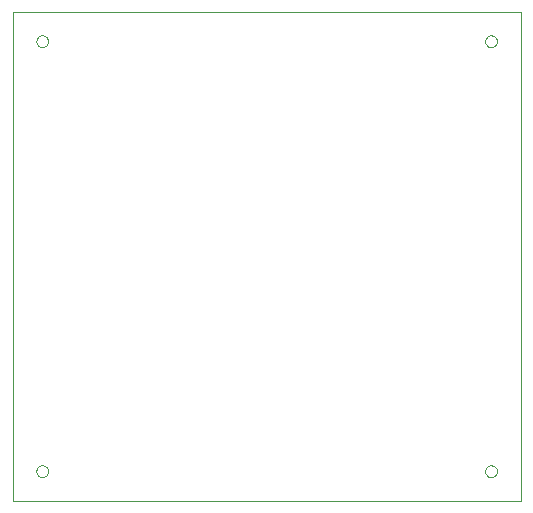
<source format=gbp>
G75*
%MOIN*%
%OFA0B0*%
%FSLAX24Y24*%
%IPPOS*%
%LPD*%
%AMOC8*
5,1,8,0,0,1.08239X$1,22.5*
%
%ADD10C,0.0000*%
D10*
X001093Y000180D02*
X001093Y016479D01*
X018022Y016479D01*
X018022Y000180D01*
X001093Y000180D01*
X001881Y001164D02*
X001883Y001191D01*
X001889Y001218D01*
X001898Y001244D01*
X001911Y001268D01*
X001927Y001291D01*
X001946Y001310D01*
X001968Y001327D01*
X001992Y001341D01*
X002017Y001351D01*
X002044Y001358D01*
X002071Y001361D01*
X002099Y001360D01*
X002126Y001355D01*
X002152Y001347D01*
X002176Y001335D01*
X002199Y001319D01*
X002220Y001301D01*
X002237Y001280D01*
X002252Y001256D01*
X002263Y001231D01*
X002271Y001205D01*
X002275Y001178D01*
X002275Y001150D01*
X002271Y001123D01*
X002263Y001097D01*
X002252Y001072D01*
X002237Y001048D01*
X002220Y001027D01*
X002199Y001009D01*
X002177Y000993D01*
X002152Y000981D01*
X002126Y000973D01*
X002099Y000968D01*
X002071Y000967D01*
X002044Y000970D01*
X002017Y000977D01*
X001992Y000987D01*
X001968Y001001D01*
X001946Y001018D01*
X001927Y001037D01*
X001911Y001060D01*
X001898Y001084D01*
X001889Y001110D01*
X001883Y001137D01*
X001881Y001164D01*
X001881Y015495D02*
X001883Y015522D01*
X001889Y015549D01*
X001898Y015575D01*
X001911Y015599D01*
X001927Y015622D01*
X001946Y015641D01*
X001968Y015658D01*
X001992Y015672D01*
X002017Y015682D01*
X002044Y015689D01*
X002071Y015692D01*
X002099Y015691D01*
X002126Y015686D01*
X002152Y015678D01*
X002176Y015666D01*
X002199Y015650D01*
X002220Y015632D01*
X002237Y015611D01*
X002252Y015587D01*
X002263Y015562D01*
X002271Y015536D01*
X002275Y015509D01*
X002275Y015481D01*
X002271Y015454D01*
X002263Y015428D01*
X002252Y015403D01*
X002237Y015379D01*
X002220Y015358D01*
X002199Y015340D01*
X002177Y015324D01*
X002152Y015312D01*
X002126Y015304D01*
X002099Y015299D01*
X002071Y015298D01*
X002044Y015301D01*
X002017Y015308D01*
X001992Y015318D01*
X001968Y015332D01*
X001946Y015349D01*
X001927Y015368D01*
X001911Y015391D01*
X001898Y015415D01*
X001889Y015441D01*
X001883Y015468D01*
X001881Y015495D01*
X016841Y015495D02*
X016843Y015522D01*
X016849Y015549D01*
X016858Y015575D01*
X016871Y015599D01*
X016887Y015622D01*
X016906Y015641D01*
X016928Y015658D01*
X016952Y015672D01*
X016977Y015682D01*
X017004Y015689D01*
X017031Y015692D01*
X017059Y015691D01*
X017086Y015686D01*
X017112Y015678D01*
X017136Y015666D01*
X017159Y015650D01*
X017180Y015632D01*
X017197Y015611D01*
X017212Y015587D01*
X017223Y015562D01*
X017231Y015536D01*
X017235Y015509D01*
X017235Y015481D01*
X017231Y015454D01*
X017223Y015428D01*
X017212Y015403D01*
X017197Y015379D01*
X017180Y015358D01*
X017159Y015340D01*
X017137Y015324D01*
X017112Y015312D01*
X017086Y015304D01*
X017059Y015299D01*
X017031Y015298D01*
X017004Y015301D01*
X016977Y015308D01*
X016952Y015318D01*
X016928Y015332D01*
X016906Y015349D01*
X016887Y015368D01*
X016871Y015391D01*
X016858Y015415D01*
X016849Y015441D01*
X016843Y015468D01*
X016841Y015495D01*
X016841Y001164D02*
X016843Y001191D01*
X016849Y001218D01*
X016858Y001244D01*
X016871Y001268D01*
X016887Y001291D01*
X016906Y001310D01*
X016928Y001327D01*
X016952Y001341D01*
X016977Y001351D01*
X017004Y001358D01*
X017031Y001361D01*
X017059Y001360D01*
X017086Y001355D01*
X017112Y001347D01*
X017136Y001335D01*
X017159Y001319D01*
X017180Y001301D01*
X017197Y001280D01*
X017212Y001256D01*
X017223Y001231D01*
X017231Y001205D01*
X017235Y001178D01*
X017235Y001150D01*
X017231Y001123D01*
X017223Y001097D01*
X017212Y001072D01*
X017197Y001048D01*
X017180Y001027D01*
X017159Y001009D01*
X017137Y000993D01*
X017112Y000981D01*
X017086Y000973D01*
X017059Y000968D01*
X017031Y000967D01*
X017004Y000970D01*
X016977Y000977D01*
X016952Y000987D01*
X016928Y001001D01*
X016906Y001018D01*
X016887Y001037D01*
X016871Y001060D01*
X016858Y001084D01*
X016849Y001110D01*
X016843Y001137D01*
X016841Y001164D01*
M02*

</source>
